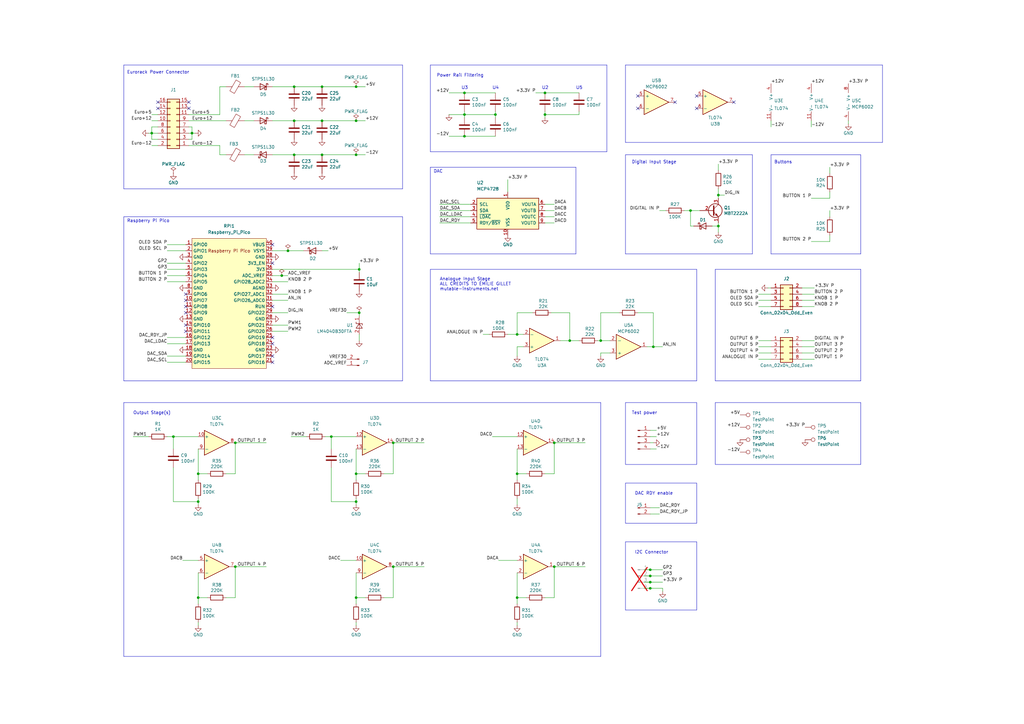
<source format=kicad_sch>
(kicad_sch (version 20230121) (generator eeschema)
  (paper "A3")
  (title_block (title "DAC board for EuroPi") (date "2023-05-28") (rev "1") (company "François Georgy") (comment 1 "CC BY-SA 3.0") (comment 2 "EuroPi is © www.allensynthesis.co.uk"))
  (junction (at 81.28 245.11))
  (junction (at 212.09 194.31))
  (junction (at 203.2 46.99))
  (junction (at 118.11 102.87))
  (junction (at 266.7 236.22))
  (junction (at 190.5 38.1))
  (junction (at 120.65 49.53))
  (junction (at 78.74 54.61))
  (junction (at 266.7 238.76))
  (junction (at 190.5 46.99))
  (junction (at 227.33 181.61))
  (junction (at 96.52 232.41))
  (junction (at 190.5 55.88))
  (junction (at 223.52 38.1))
  (junction (at 81.28 194.31))
  (junction (at 146.05 35.56))
  (junction (at 115.57 113.03))
  (junction (at 161.29 181.61))
  (junction (at 146.05 205.74))
  (junction (at 294.64 80.01))
  (junction (at 62.23 54.61))
  (junction (at 132.08 49.53))
  (junction (at 81.28 205.74))
  (junction (at 233.68 139.7))
  (junction (at 71.12 179.07))
  (junction (at 266.7 233.68))
  (junction (at 161.29 232.41))
  (junction (at 283.21 86.36))
  (junction (at 147.32 128.27))
  (junction (at 246.38 139.7))
  (junction (at 96.52 181.61))
  (junction (at 132.08 63.5))
  (junction (at 120.65 63.5))
  (junction (at 120.65 35.56))
  (junction (at 223.52 46.99))
  (junction (at 267.97 142.24))
  (junction (at 227.33 232.41))
  (junction (at 294.64 92.71))
  (junction (at 132.08 35.56))
  (junction (at 146.05 49.53))
  (junction (at 266.7 241.3))
  (junction (at 212.09 245.11))
  (junction (at 135.89 179.07))
  (junction (at 146.05 245.11))
  (junction (at 146.05 63.5))
  (junction (at 147.32 110.49))
  (junction (at 212.09 137.16))
  (junction (at 146.05 194.31))
  (no_connect (at 111.76 138.43))
  (no_connect (at 76.2 135.89))
  (no_connect (at 76.2 120.65))
  (no_connect (at 77.47 44.45))
  (no_connect (at 64.77 41.91))
  (no_connect (at 76.2 123.19))
  (no_connect (at 76.2 133.35))
  (no_connect (at 76.2 128.27))
  (no_connect (at 111.76 140.97))
  (no_connect (at 111.76 148.59))
  (no_connect (at 285.75 44.45))
  (no_connect (at 300.99 41.91))
  (no_connect (at 285.75 39.37))
  (no_connect (at 77.47 41.91))
  (no_connect (at 111.76 100.33))
  (no_connect (at 111.76 107.95))
  (no_connect (at 111.76 125.73))
  (no_connect (at 111.76 146.05))
  (no_connect (at 64.77 44.45))
  (no_connect (at 76.2 125.73))
  (no_connect (at 261.62 44.45))
  (no_connect (at 261.62 39.37))
  (no_connect (at 276.86 41.91))
  (wire (pts (xy 81.28 205.74) (xy 71.12 205.74)))
  (polyline (pts (xy 285.75 250.19) (xy 256.54 250.19)))
  (wire (pts (xy 233.68 139.7) (xy 229.87 139.7)))
  (wire (pts (xy 328.93 118.11) (xy 334.01 118.11)))
  (wire (pts (xy 78.74 54.61) (xy 80.01 54.61)))
  (polyline (pts (xy 176.53 110.49) (xy 176.53 156.21)))
  (wire (pts (xy 68.58 100.33) (xy 76.2 100.33)))
  (wire (pts (xy 264.16 238.76) (xy 266.7 238.76)))
  (wire (pts (xy 111.76 128.27) (xy 118.11 128.27)))
  (wire (pts (xy 100.33 35.56) (xy 104.14 35.56)))
  (wire (pts (xy 64.77 52.07) (xy 62.23 52.07)))
  (wire (pts (xy 111.76 120.65) (xy 118.11 120.65)))
  (wire (pts (xy 135.89 179.07) (xy 146.05 179.07)))
  (wire (pts (xy 266.7 208.28) (xy 270.51 208.28)))
  (wire (pts (xy 180.34 86.36) (xy 193.04 86.36)))
  (polyline (pts (xy 176.53 104.14) (xy 176.53 68.58)))
  (wire (pts (xy 147.32 110.49) (xy 147.32 111.76)))
  (wire (pts (xy 146.05 184.15) (xy 146.05 194.31)))
  (wire (pts (xy 135.89 179.07) (xy 133.35 179.07)))
  (wire (pts (xy 316.23 52.07) (xy 316.23 49.53)))
  (wire (pts (xy 62.23 54.61) (xy 60.96 54.61)))
  (wire (pts (xy 81.28 234.95) (xy 81.28 245.11)))
  (wire (pts (xy 294.64 77.47) (xy 294.64 80.01)))
  (wire (pts (xy 267.97 128.27) (xy 261.62 128.27)))
  (polyline (pts (xy 293.37 110.49) (xy 293.37 156.21)))
  (wire (pts (xy 96.52 232.41) (xy 109.22 232.41)))
  (wire (pts (xy 111.76 110.49) (xy 147.32 110.49)))
  (wire (pts (xy 267.97 142.24) (xy 267.97 128.27)))
  (wire (pts (xy 111.76 133.35) (xy 118.11 133.35)))
  (wire (pts (xy 311.15 125.73) (xy 316.23 125.73)))
  (wire (pts (xy 190.5 55.88) (xy 203.2 55.88)))
  (wire (pts (xy 264.16 241.3) (xy 266.7 241.3)))
  (wire (pts (xy 173.99 181.61) (xy 161.29 181.61)))
  (polyline (pts (xy 308.61 63.5) (xy 308.61 104.14)))
  (wire (pts (xy 250.19 139.7) (xy 246.38 139.7)))
  (wire (pts (xy 283.21 86.36) (xy 283.21 92.71)))
  (wire (pts (xy 111.76 35.56) (xy 120.65 35.56)))
  (wire (pts (xy 62.23 46.99) (xy 64.77 46.99)))
  (wire (pts (xy 212.09 234.95) (xy 212.09 245.11)))
  (wire (pts (xy 90.17 63.5) (xy 90.17 59.69)))
  (wire (pts (xy 212.09 137.16) (xy 214.63 137.16)))
  (wire (pts (xy 77.47 54.61) (xy 78.74 54.61)))
  (wire (pts (xy 271.78 142.24) (xy 267.97 142.24)))
  (wire (pts (xy 340.36 81.28) (xy 340.36 78.74)))
  (polyline (pts (xy 165.1 156.21) (xy 50.8 156.21)))
  (wire (pts (xy 77.47 46.99) (xy 90.17 46.99)))
  (wire (pts (xy 132.08 102.87) (xy 134.62 102.87)))
  (wire (pts (xy 246.38 139.7) (xy 245.11 139.7)))
  (wire (pts (xy 311.15 139.7) (xy 316.23 139.7)))
  (polyline (pts (xy 353.06 110.49) (xy 353.06 156.21)))
  (wire (pts (xy 111.76 113.03) (xy 115.57 113.03)))
  (wire (pts (xy 227.33 181.61) (xy 227.33 194.31)))
  (wire (pts (xy 81.28 205.74) (xy 81.28 207.01)))
  (wire (pts (xy 81.28 204.47) (xy 81.28 205.74)))
  (wire (pts (xy 212.09 204.47) (xy 212.09 207.01)))
  (wire (pts (xy 77.47 49.53) (xy 92.71 49.53)))
  (wire (pts (xy 68.58 115.57) (xy 76.2 115.57)))
  (wire (pts (xy 311.15 123.19) (xy 316.23 123.19)))
  (polyline (pts (xy 256.54 250.19) (xy 256.54 222.25)))
  (wire (pts (xy 90.17 35.56) (xy 92.71 35.56)))
  (polyline (pts (xy 256.54 63.5) (xy 308.61 63.5)))
  (wire (pts (xy 266.7 176.53) (xy 269.24 176.53)))
  (wire (pts (xy 314.96 118.11) (xy 316.23 118.11)))
  (wire (pts (xy 71.12 179.07) (xy 81.28 179.07)))
  (wire (pts (xy 198.12 137.16) (xy 200.66 137.16)))
  (wire (pts (xy 64.77 57.15) (xy 62.23 57.15)))
  (wire (pts (xy 96.52 245.11) (xy 92.71 245.11)))
  (wire (pts (xy 227.33 194.31) (xy 223.52 194.31)))
  (wire (pts (xy 146.05 63.5) (xy 149.86 63.5)))
  (wire (pts (xy 135.89 184.15) (xy 135.89 179.07)))
  (polyline (pts (xy 353.06 63.5) (xy 316.23 63.5)))
  (wire (pts (xy 68.58 102.87) (xy 76.2 102.87)))
  (wire (pts (xy 77.47 59.69) (xy 90.17 59.69)))
  (wire (pts (xy 81.28 255.27) (xy 81.28 256.54)))
  (polyline (pts (xy 236.22 104.14) (xy 176.53 104.14)))
  (wire (pts (xy 266.7 233.68) (xy 271.78 233.68)))
  (wire (pts (xy 223.52 46.99) (xy 223.52 48.26)))
  (wire (pts (xy 233.68 128.27) (xy 233.68 139.7)))
  (wire (pts (xy 208.28 73.66) (xy 208.28 78.74)))
  (wire (pts (xy 161.29 194.31) (xy 157.48 194.31)))
  (wire (pts (xy 81.28 184.15) (xy 81.28 194.31)))
  (polyline (pts (xy 165.1 77.47) (xy 165.1 26.67)))
  (polyline (pts (xy 165.1 88.9) (xy 165.1 156.21)))
  (wire (pts (xy 332.74 52.07) (xy 332.74 49.53)))
  (wire (pts (xy 294.64 92.71) (xy 294.64 95.25)))
  (wire (pts (xy 119.38 179.07) (xy 125.73 179.07)))
  (polyline (pts (xy 256.54 58.42) (xy 256.54 26.67)))
  (wire (pts (xy 212.09 255.27) (xy 212.09 256.54)))
  (wire (pts (xy 78.74 57.15) (xy 78.74 54.61)))
  (polyline (pts (xy 256.54 222.25) (xy 285.75 222.25)))
  (wire (pts (xy 204.47 229.87) (xy 212.09 229.87)))
  (wire (pts (xy 62.23 52.07) (xy 62.23 54.61)))
  (wire (pts (xy 227.33 181.61) (xy 240.03 181.61)))
  (wire (pts (xy 223.52 91.44) (xy 227.33 91.44)))
  (wire (pts (xy 212.09 142.24) (xy 214.63 142.24)))
  (wire (pts (xy 266.7 179.07) (xy 269.24 179.07)))
  (wire (pts (xy 81.28 245.11) (xy 81.28 247.65)))
  (wire (pts (xy 146.05 49.53) (xy 149.86 49.53)))
  (wire (pts (xy 311.15 120.65) (xy 316.23 120.65)))
  (polyline (pts (xy 293.37 110.49) (xy 353.06 110.49)))
  (wire (pts (xy 111.76 123.19) (xy 118.11 123.19)))
  (wire (pts (xy 271.78 242.57) (xy 271.78 241.3)))
  (wire (pts (xy 96.52 181.61) (xy 96.52 194.31)))
  (wire (pts (xy 340.36 86.36) (xy 340.36 88.9)))
  (wire (pts (xy 227.33 232.41) (xy 227.33 245.11)))
  (wire (pts (xy 328.93 120.65) (xy 334.01 120.65)))
  (wire (pts (xy 68.58 146.05) (xy 76.2 146.05)))
  (wire (pts (xy 292.1 92.71) (xy 294.64 92.71)))
  (polyline (pts (xy 256.54 104.14) (xy 256.54 63.5)))
  (wire (pts (xy 328.93 142.24) (xy 334.01 142.24)))
  (wire (pts (xy 146.05 245.11) (xy 146.05 247.65)))
  (wire (pts (xy 68.58 140.97) (xy 76.2 140.97)))
  (wire (pts (xy 64.77 54.61) (xy 62.23 54.61)))
  (wire (pts (xy 190.5 45.72) (xy 190.5 46.99)))
  (wire (pts (xy 77.47 52.07) (xy 78.74 52.07)))
  (wire (pts (xy 203.2 45.72) (xy 203.2 46.99)))
  (wire (pts (xy 184.15 46.99) (xy 190.5 46.99)))
  (wire (pts (xy 146.05 205.74) (xy 135.89 205.74)))
  (wire (pts (xy 120.65 35.56) (xy 132.08 35.56)))
  (wire (pts (xy 190.5 38.1) (xy 203.2 38.1)))
  (wire (pts (xy 120.65 63.5) (xy 132.08 63.5)))
  (polyline (pts (xy 361.95 58.42) (xy 256.54 58.42)))
  (wire (pts (xy 180.34 88.9) (xy 193.04 88.9)))
  (polyline (pts (xy 285.75 110.49) (xy 176.53 110.49)))
  (wire (pts (xy 71.12 179.07) (xy 68.58 179.07)))
  (polyline (pts (xy 50.8 77.47) (xy 165.1 77.47)))
  (wire (pts (xy 246.38 139.7) (xy 246.38 128.27)))
  (wire (pts (xy 328.93 123.19) (xy 334.01 123.19)))
  (wire (pts (xy 340.36 99.06) (xy 332.74 99.06)))
  (polyline (pts (xy 176.53 156.21) (xy 285.75 156.21)))
  (wire (pts (xy 149.86 245.11) (xy 146.05 245.11)))
  (wire (pts (xy 328.93 144.78) (xy 334.01 144.78)))
  (wire (pts (xy 347.98 50.8) (xy 347.98 49.53)))
  (wire (pts (xy 184.15 55.88) (xy 190.5 55.88)))
  (wire (pts (xy 96.52 181.61) (xy 109.22 181.61)))
  (wire (pts (xy 96.52 232.41) (xy 96.52 245.11)))
  (wire (pts (xy 215.9 194.31) (xy 212.09 194.31)))
  (polyline (pts (xy 353.06 104.14) (xy 353.06 63.5)))
  (wire (pts (xy 132.08 63.5) (xy 146.05 63.5)))
  (wire (pts (xy 77.47 57.15) (xy 78.74 57.15)))
  (wire (pts (xy 226.06 128.27) (xy 233.68 128.27)))
  (polyline (pts (xy 176.53 26.67) (xy 248.92 26.67)))
  (polyline (pts (xy 50.8 26.67) (xy 50.8 77.47)))
  (wire (pts (xy 287.02 86.36) (xy 283.21 86.36)))
  (wire (pts (xy 328.93 147.32) (xy 334.01 147.32)))
  (wire (pts (xy 237.49 139.7) (xy 233.68 139.7)))
  (polyline (pts (xy 353.06 156.21) (xy 293.37 156.21)))
  (wire (pts (xy 184.15 38.1) (xy 190.5 38.1)))
  (wire (pts (xy 223.52 83.82) (xy 227.33 83.82)))
  (wire (pts (xy 264.16 233.68) (xy 266.7 233.68)))
  (polyline (pts (xy 308.61 104.14) (xy 256.54 104.14)))
  (wire (pts (xy 266.7 184.15) (xy 269.24 184.15)))
  (wire (pts (xy 311.15 147.32) (xy 316.23 147.32)))
  (wire (pts (xy 223.52 45.72) (xy 223.52 46.99)))
  (wire (pts (xy 139.7 229.87) (xy 146.05 229.87)))
  (wire (pts (xy 132.08 35.56) (xy 146.05 35.56)))
  (wire (pts (xy 111.76 115.57) (xy 118.11 115.57)))
  (wire (pts (xy 147.32 107.95) (xy 147.32 110.49)))
  (wire (pts (xy 54.61 179.07) (xy 60.96 179.07)))
  (wire (pts (xy 161.29 232.41) (xy 173.99 232.41)))
  (wire (pts (xy 328.93 139.7) (xy 334.01 139.7)))
  (polyline (pts (xy 176.53 68.58) (xy 236.22 68.58)))
  (polyline (pts (xy 246.38 165.1) (xy 50.8 165.1)))
  (polyline (pts (xy 50.8 269.24) (xy 246.38 269.24)))
  (wire (pts (xy 142.24 128.27) (xy 147.32 128.27)))
  (polyline (pts (xy 50.8 26.67) (xy 165.1 26.67)))
  (wire (pts (xy 62.23 49.53) (xy 64.77 49.53)))
  (wire (pts (xy 100.33 49.53) (xy 104.14 49.53)))
  (wire (pts (xy 266.7 238.76) (xy 271.78 238.76)))
  (wire (pts (xy 68.58 138.43) (xy 76.2 138.43)))
  (polyline (pts (xy 285.75 156.21) (xy 285.75 110.49)))
  (wire (pts (xy 85.09 245.11) (xy 81.28 245.11)))
  (wire (pts (xy 340.36 68.58) (xy 340.36 71.12)))
  (wire (pts (xy 111.76 63.5) (xy 120.65 63.5)))
  (wire (pts (xy 161.29 245.11) (xy 157.48 245.11)))
  (wire (pts (xy 294.64 67.31) (xy 294.64 69.85)))
  (wire (pts (xy 227.33 232.41) (xy 240.03 232.41)))
  (polyline (pts (xy 50.8 165.1) (xy 50.8 269.24)))
  (wire (pts (xy 146.05 205.74) (xy 146.05 207.01)))
  (wire (pts (xy 203.2 46.99) (xy 203.2 48.26)))
  (wire (pts (xy 294.64 91.44) (xy 294.64 92.71)))
  (wire (pts (xy 146.05 255.27) (xy 146.05 256.54)))
  (wire (pts (xy 68.58 110.49) (xy 76.2 110.49)))
  (wire (pts (xy 201.93 179.07) (xy 212.09 179.07)))
  (wire (pts (xy 212.09 146.05) (xy 212.09 142.24)))
  (wire (pts (xy 212.09 194.31) (xy 212.09 196.85)))
  (wire (pts (xy 71.12 184.15) (xy 71.12 179.07)))
  (wire (pts (xy 190.5 46.99) (xy 203.2 46.99)))
  (wire (pts (xy 266.7 241.3) (xy 271.78 241.3)))
  (wire (pts (xy 68.58 113.03) (xy 76.2 113.03)))
  (wire (pts (xy 111.76 135.89) (xy 118.11 135.89)))
  (wire (pts (xy 111.76 102.87) (xy 118.11 102.87)))
  (wire (pts (xy 246.38 146.05) (xy 246.38 144.78)))
  (wire (pts (xy 115.57 113.03) (xy 118.11 113.03)))
  (wire (pts (xy 328.93 125.73) (xy 334.01 125.73)))
  (wire (pts (xy 223.52 88.9) (xy 227.33 88.9)))
  (wire (pts (xy 161.29 232.41) (xy 161.29 245.11)))
  (wire (pts (xy 68.58 107.95) (xy 76.2 107.95)))
  (wire (pts (xy 146.05 194.31) (xy 146.05 196.85)))
  (wire (pts (xy 280.67 86.36) (xy 283.21 86.36)))
  (wire (pts (xy 90.17 35.56) (xy 90.17 46.99)))
  (wire (pts (xy 71.12 205.74) (xy 71.12 191.77)))
  (polyline (pts (xy 50.8 156.21) (xy 50.8 88.9)))
  (wire (pts (xy 212.09 245.11) (xy 212.09 247.65)))
  (wire (pts (xy 146.05 204.47) (xy 146.05 205.74)))
  (wire (pts (xy 96.52 194.31) (xy 92.71 194.31)))
  (wire (pts (xy 78.74 52.07) (xy 78.74 54.61)))
  (wire (pts (xy 132.08 49.53) (xy 146.05 49.53)))
  (wire (pts (xy 294.64 80.01) (xy 297.18 80.01)))
  (polyline (pts (xy 176.53 26.67) (xy 176.53 62.23)))
  (wire (pts (xy 223.52 46.99) (xy 237.49 46.99)))
  (wire (pts (xy 208.28 137.16) (xy 212.09 137.16)))
  (wire (pts (xy 266.7 210.82) (xy 270.51 210.82)))
  (wire (pts (xy 90.17 63.5) (xy 92.71 63.5)))
  (wire (pts (xy 340.36 81.28) (xy 332.74 81.28)))
  (wire (pts (xy 294.64 80.01) (xy 294.64 81.28)))
  (wire (pts (xy 270.51 86.36) (xy 273.05 86.36)))
  (wire (pts (xy 118.11 102.87) (xy 124.46 102.87)))
  (wire (pts (xy 62.23 59.69) (xy 64.77 59.69)))
  (wire (pts (xy 266.7 236.22) (xy 271.78 236.22)))
  (polyline (pts (xy 248.92 62.23) (xy 248.92 26.67)))
  (wire (pts (xy 311.15 142.24) (xy 316.23 142.24)))
  (wire (pts (xy 81.28 194.31) (xy 81.28 196.85)))
  (wire (pts (xy 85.09 194.31) (xy 81.28 194.31)))
  (wire (pts (xy 100.33 63.5) (xy 104.14 63.5)))
  (polyline (pts (xy 316.23 104.14) (xy 353.06 104.14)))
  (wire (pts (xy 111.76 49.53) (xy 120.65 49.53)))
  (polyline (pts (xy 316.23 63.5) (xy 316.23 104.14)))
  (polyline (pts (xy 256.54 26.67) (xy 361.95 26.67)))
  (wire (pts (xy 161.29 181.61) (xy 161.29 194.31)))
  (wire (pts (xy 120.65 49.53) (xy 132.08 49.53)))
  (polyline (pts (xy 246.38 269.24) (xy 246.38 165.1)))
  (wire (pts (xy 135.89 205.74) (xy 135.89 191.77)))
  (wire (pts (xy 227.33 245.11) (xy 223.52 245.11)))
  (wire (pts (xy 218.44 128.27) (xy 212.09 128.27)))
  (wire (pts (xy 264.16 236.22) (xy 266.7 236.22)))
  (wire (pts (xy 62.23 54.61) (xy 62.23 57.15)))
  (wire (pts (xy 180.34 83.82) (xy 193.04 83.82)))
  (wire (pts (xy 246.38 128.27) (xy 254 128.27)))
  (wire (pts (xy 237.49 45.72) (xy 237.49 46.99)))
  (wire (pts (xy 180.34 91.44) (xy 193.04 91.44)))
  (polyline (pts (xy 236.22 68.58) (xy 236.22 104.14)))
  (wire (pts (xy 149.86 194.31) (xy 146.05 194.31)))
  (wire (pts (xy 311.15 144.78) (xy 316.23 144.78)))
  (wire (pts (xy 246.38 144.78) (xy 250.19 144.78)))
  (polyline (pts (xy 50.8 88.9) (xy 165.1 88.9)))
  (wire (pts (xy 147.32 128.27) (xy 147.32 129.54)))
  (wire (pts (xy 147.32 137.16) (xy 147.32 139.7)))
  (wire (pts (xy 283.21 92.71) (xy 284.48 92.71)))
  (wire (pts (xy 215.9 245.11) (xy 212.09 245.11)))
  (wire (pts (xy 146.05 234.95) (xy 146.05 245.11)))
  (wire (pts (xy 212.09 184.15) (xy 212.09 194.31)))
  (wire (pts (xy 223.52 86.36) (xy 227.33 86.36)))
  (wire (pts (xy 219.71 38.1) (xy 223.52 38.1)))
  (wire (pts (xy 74.93 229.87) (xy 81.28 229.87)))
  (wire (pts (xy 212.09 128.27) (xy 212.09 137.16)))
  (wire (pts (xy 146.05 35.56) (xy 149.86 35.56)))
  (polyline (pts (xy 285.75 222.25) (xy 285.75 250.19)))
  (wire (pts (xy 190.5 46.99) (xy 190.5 48.26)))
  (polyline (pts (xy 361.95 26.67) (xy 361.95 58.42)))
  (wire (pts (xy 266.7 181.61) (xy 267.97 181.61)))
  (wire (pts (xy 265.43 142.24) (xy 267.97 142.24)))
  (wire (pts (xy 68.58 148.59) (xy 76.2 148.59)))
  (wire (pts (xy 340.36 99.06) (xy 340.36 96.52)))
  (wire (pts (xy 223.52 38.1) (xy 237.49 38.1)))
  (polyline (pts (xy 176.53 62.23) (xy 248.92 62.23)))
  (rectangle (start 256.54 165.1) (end 285.75 190.5))
  (rectangle (start 293.37 165.1) (end 353.06 190.5))
  (rectangle (start 256.54 198.12) (end 285.75 214.63))
  (text "U2" (at 222.25 36.83 0) (effects (font (size 1.27 1.27)) (justify left bottom)))
  (text "Buttons" (at 317.5 67.31 0) (effects (font (size 1.27 1.27)) (justify left bottom)))
  (text "Analogue Input Stage\nALL CREDITS TO ÉMILIE GILLET\nmutable-instruments.net" (at 180.34 119.38 0) (effects (font (size 1.27 1.27)) (justify left bottom)))
  (text "Power Rail Filtering" (at 179.07 31.75 0) (effects (font (size 1.27 1.27)) (justify left bottom)))
  (text "Eurorack Power Connector" (at 52.07 30.48 0) (effects (font (size 1.27 1.27)) (justify left bottom)))
  (text "I2C Connector" (at 260.35 227.33 0) (effects (font (size 1.27 1.27)) (justify left bottom)))
  (text "U3" (at 189.23 36.83 0) (effects (font (size 1.27 1.27)) (justify left bottom)))
  (text "Digital Input Stage\n" (at 259.08 67.31 0) (effects (font (size 1.27 1.27)) (justify left bottom)))
  (text "DAC" (at 177.8 71.12 0) (effects (font (size 1.27 1.27)) (justify left bottom)))
  (text "Raspberry Pi Pico" (at 52.07 91.44 0) (effects (font (size 1.27 1.27)) (justify left bottom)))
  (text "U4" (at 201.93 36.83 0) (effects (font (size 1.27 1.27)) (justify left bottom)))
  (text "Output Stage(s)" (at 54.61 170.18 0) (effects (font (size 1.27 1.27)) (justify left bottom)))
  (text "U5" (at 236.22 36.83 0) (effects (font (size 1.27 1.27)) (justify left bottom)))
  (text "Test power" (at 259.08 170.18 0) (effects (font (size 1.27 1.27)) (justify left bottom)))
  (text "DAC RDY enable" (at 260.35 203.2 0) (effects (font (size 1.27 1.27)) (justify left bottom)))
  (label "-12V" (at 316.23 52.07 0))
  (label "+12V" (at 149.86 49.53 0))
  (label "OLED SCL P" (at 311.15 125.73 180))
  (label "+5V" (at 149.86 35.56 0))
  (label "OUTPUT 6 P" (at 311.15 139.7 180))
  (label "+12V" (at 303.53 175.26 180))
  (label "-12V" (at 303.53 185.42 180))
  (label "DAC_LDAC" (at 180.34 88.9 0))
  (label "VREF30" (at 142.24 147.32 180))
  (label "DACC" (at 227.33 88.9 0))
  (label "GP2" (at 68.58 107.95 180))
  (label "DACA" (at 204.47 229.87 180))
  (label "KNOB 2 P" (at 118.11 115.57 0))
  (label "DACC" (at 139.7 229.87 180))
  (label "GP3" (at 68.58 110.49 180))
  (label "BUTTON 2 P" (at 332.74 99.06 180))
  (label "VREF30" (at 142.24 128.27 180))
  (label "-12V" (at 184.15 55.88 180))
  (label "DACA" (at 227.33 83.82 0))
  (label "BUTTON 2 P" (at 334.01 120.65 0))
  (label "GP2" (at 271.78 233.68 0))
  (label "OUTPUT 2 P" (at 334.01 144.78 0))
  (label "DIG_IN" (at 297.18 80.01 0))
  (label "Euro+12" (at 78.74 49.53 0))
  (label "-12V" (at 332.74 52.07 0))
  (label "+3.3V P" (at 334.01 118.11 0))
  (label "+12V" (at 184.15 38.1 180))
  (label "PWM1" (at 54.61 179.07 0))
  (label "DACB" (at 74.93 229.87 180))
  (label "ADC_VREF" (at 142.24 149.86 180))
  (label "OUTPUT 3 P" (at 334.01 142.24 0))
  (label "+3.3V P" (at 208.28 73.66 0))
  (label "DACD" (at 227.33 91.44 0))
  (label "+3.3V P" (at 340.36 86.36 0))
  (label "DAC_SCL" (at 68.58 148.59 180))
  (label "OUTPUT 5 P" (at 173.99 232.41 180))
  (label "+3.3V P" (at 347.98 34.29 0))
  (label "DAC_SCL" (at 180.34 83.82 0))
  (label "+5V" (at 134.62 102.87 0))
  (label "OUTPUT 3 P" (at 240.03 181.61 180))
  (label "PWM1" (at 118.11 133.35 0))
  (label "OLED SDA P" (at 311.15 123.19 180))
  (label "ANALOGUE IN P" (at 198.12 137.16 180))
  (label "+12V" (at 269.24 179.07 0))
  (label "PWM2" (at 118.11 135.89 0))
  (label "+3.3V P" (at 330.2 175.26 180))
  (label "Euro+5" (at 78.74 46.99 0))
  (label "Euro+12" (at 62.23 49.53 180))
  (label "ANALOGUE IN P" (at 311.15 147.32 180))
  (label "+3.3V P" (at 294.64 67.31 0))
  (label "OUTPUT 1 P" (at 109.22 181.61 180))
  (label "OLED SDA P" (at 68.58 100.33 180))
  (label "DIG_IN" (at 118.11 128.27 0))
  (label "DACB" (at 227.33 86.36 0))
  (label "Euro-12" (at 62.23 59.69 180))
  (label "BUTTON 1 P" (at 332.74 81.28 180))
  (label "DACD" (at 201.93 179.07 180))
  (label "+12V" (at 332.74 34.29 0))
  (label "PWM2" (at 119.38 179.07 0))
  (label "BUTTON 2 P" (at 68.58 115.57 180))
  (label "DAC_SDA" (at 68.58 146.05 180))
  (label "Euro-12" (at 78.74 59.69 0))
  (label "+5V" (at 269.24 176.53 0))
  (label "-12V" (at 149.86 63.5 0))
  (label "OUTPUT 4 P" (at 311.15 144.78 180))
  (label "DIGITAL IN P" (at 334.01 139.7 0))
  (label "+12V" (at 316.23 34.29 0))
  (label "AN_IN" (at 118.11 123.19 0))
  (label "DAC_SDA" (at 180.34 86.36 0))
  (label "+3.3V P" (at 271.78 238.76 0))
  (label "BUTTON 1 P" (at 311.15 120.65 180))
  (label "DAC_RDY" (at 270.51 208.28 0))
  (label "+3.3V P" (at 147.32 107.95 0))
  (label "GP3" (at 271.78 236.22 0))
  (label "OUTPUT 4 P" (at 109.22 232.41 180))
  (label "KNOB 2 P" (at 334.01 125.73 0))
  (label "+3.3V P" (at 340.36 68.58 0))
  (label "OUTPUT 5 P" (at 311.15 142.24 180))
  (label "Euro+5" (at 62.23 46.99 180))
  (label "KNOB 1 P" (at 118.11 120.65 0))
  (label "BUTTON 1 P" (at 68.58 113.03 180))
  (label "+5V" (at 303.53 170.18 180))
  (label "DAC_RDY_JP" (at 68.58 138.43 180))
  (label "OLED SCL P" (at 68.58 102.87 180))
  (label "-12V" (at 269.24 184.15 0))
  (label "OUTPUT 1 P" (at 334.01 147.32 0))
  (label "DIGITAL IN P" (at 270.51 86.36 180))
  (label "KNOB 1 P" (at 334.01 123.19 0))
  (label "OUTPUT 6 P" (at 240.03 232.41 180))
  (label "DAC_RDY" (at 180.34 91.44 0))
  (label "DAC_RDY_JP" (at 270.51 210.82 0))
  (label "AN_IN" (at 271.78 142.24 0))
  (label "+3.3V P" (at 219.71 38.1 180))
  (label "ADC_VREF" (at 118.11 113.03 0))
  (label "OUTPUT 2 P" (at 173.99 181.61 180))
  (label "DAC_LDAC" (at 68.58 140.97 180))
  (symbol (lib_id "Device:R") (at 219.71 245.11 270) (unit 1)
    (property "Reference" "R37" (at 219.71 239.8522 90))
    (property "Value" "220K" (at 219.71 242.1636 90))
    (property "Footprint" "Resistor_SMD:R_0402_1005Metric" (effects hide))
  )
  (symbol (lib_id "Device:R") (at 212.09 251.46 0) (unit 1)
    (property "Reference" "R31" (at 213.868 250.2916 0) (effects (justify left)))
    (property "Value" "100K" (at 213.868 252.603 0) (effects (justify left)))
    (property "Footprint" "Resistor_SMD:R_0402_1005Metric" (effects hide))
  )
  (symbol (lib_id "power:GND") (at 212.09 207.01 0) (unit 1)
    (property "Reference" "#PWR0117" (effects hide))
    (property "Value" "GND" (at 212.09 210.82 0))
  )
  (symbol (lib_id "Device:R") (at 88.9 194.31 270) (unit 1)
    (property "Reference" "R35" (at 88.9 189.0522 90))
    (property "Value" "220K" (at 88.9 191.3636 90))
    (property "Footprint" "Resistor_SMD:R_0402_1005Metric" (effects hide))
  )
  (symbol (lib_id "Device:R") (at 81.28 200.66 0) (unit 1)
    (property "Reference" "R29" (at 83.058 199.4916 0) (effects (justify left)))
    (property "Value" "100K" (at 83.058 201.803 0) (effects (justify left)))
    (property "Footprint" "Resistor_SMD:R_0402_1005Metric" (effects hide))
  )
  (symbol (lib_id "Device:R") (at 64.77 179.07 270) (unit 1)
    (property "Reference" "R1" (at 64.77 173.8122 90))
    (property "Value" "1K" (at 64.77 176.1236 90))
    (property "Footprint" "Resistor_SMD:R_0402_1005Metric" (effects hide))
  )
  (symbol (lib_id "Device:C") (at 71.12 187.96 0) (unit 1)
    (property "Reference" "C9" (at 74.1172 186.7916 0) (effects (justify left)))
    (property "Value" "100nF" (at 74.1172 189.103 0) (effects (justify left)))
    (property "Footprint" "Capacitor_SMD:C_0402_1005Metric" (effects hide))
  )
  (symbol (lib_id "power:GND") (at 81.28 207.01 0) (unit 1)
    (property "Reference" "#PWR0122" (effects hide))
    (property "Value" "GND" (at 81.28 210.82 0))
  )
  (symbol (lib_id "power:GND") (at 184.15 46.99 0) (unit 1)
    (property "Reference" "#PWR0108" (effects hide))
    (property "Value" "GND" (effects hide))
  )
  (symbol (lib_id "Device:R") (at 153.67 194.31 270) (unit 1)
    (property "Reference" "R36" (at 153.67 189.0522 90))
    (property "Value" "220K" (at 153.67 191.3636 90))
    (property "Footprint" "Resistor_SMD:R_0402_1005Metric" (effects hide))
  )
  (symbol (lib_id "Device:R") (at 146.05 200.66 0) (unit 1)
    (property "Reference" "R30" (at 147.828 199.4916 0) (effects (justify left)))
    (property "Value" "100K" (at 147.828 201.803 0) (effects (justify left)))
    (property "Footprint" "Resistor_SMD:R_0402_1005Metric" (effects hide))
  )
  (symbol (lib_id "Device:R") (at 129.54 179.07 270) (unit 1)
    (property "Reference" "R2" (at 129.54 173.8122 90))
    (property "Value" "1K" (at 129.54 176.1236 90))
    (property "Footprint" "Resistor_SMD:R_0402_1005Metric" (effects hide))
  )
  (symbol (lib_id "Device:C") (at 135.89 187.96 0) (unit 1)
    (property "Reference" "C10" (at 138.8872 186.7916 0) (effects (justify left)))
    (property "Value" "100nF" (at 138.8872 189.103 0) (effects (justify left)))
    (property "Footprint" "Capacitor_SMD:C_0402_1005Metric" (effects hide))
  )
  (symbol (lib_id "power:GND") (at 146.05 207.01 0) (unit 1)
    (property "Reference" "#PWR0123" (effects hide))
    (property "Value" "GND" (at 146.05 210.82 0))
  )
  (symbol (lib_id "Device:C") (at 190.5 41.91 0) (unit 1)
    (property "Reference" "C3" (at 193.4972 40.7416 0) (effects (justify left)))
    (property "Value" "100nF" (at 193.4972 43.053 0) (effects (justify left)))
    (property "Footprint" "Capacitor_SMD:C_0402_1005Metric" (effects hide))
  )
  (symbol (lib_id "Device:C") (at 190.5 52.07 0) (unit 1)
    (property "Reference" "C4" (at 193.4972 50.9016 0) (effects (justify left)))
    (property "Value" "100nF" (at 193.4972 53.213 0) (effects (justify left)))
    (property "Footprint" "Capacitor_SMD:C_0402_1005Metric" (effects hide))
  )
  (symbol (lib_id "Device:C") (at 203.2 41.91 0) (unit 1)
    (property "Reference" "C5" (at 206.1972 40.7416 0) (effects (justify left)))
    (property "Value" "100nF" (at 206.1972 43.053 0) (effects (justify left)))
    (property "Footprint" "Capacitor_SMD:C_0402_1005Metric" (effects hide))
  )
  (symbol (lib_id "Device:C") (at 203.2 52.07 0) (unit 1)
    (property "Reference" "C6" (at 206.1972 50.9016 0) (effects (justify left)))
    (property "Value" "100nF" (at 206.1972 53.213 0) (effects (justify left)))
    (property "Footprint" "Capacitor_SMD:C_0402_1005Metric" (effects hide))
  )
  (symbol (lib_id "Device:R") (at 219.71 194.31 270) (unit 1)
    (property "Reference" "R40" (at 219.71 189.0522 90))
    (property "Value" "220K" (at 219.71 191.3636 90))
    (property "Footprint" "Resistor_SMD:R_0402_1005Metric" (effects hide))
  )
  (symbol (lib_id "Device:R") (at 212.09 200.66 0) (unit 1)
    (property "Reference" "R34" (at 213.868 199.4916 0) (effects (justify left)))
    (property "Value" "100K" (at 213.868 201.803 0) (effects (justify left)))
    (property "Footprint" "Resistor_SMD:R_0402_1005Metric" (effects hide))
  )
  (symbol (lib_id "power:GND") (at 212.09 256.54 0) (unit 1)
    (property "Reference" "#PWR0119" (effects hide))
    (property "Value" "GND" (at 212.09 260.35 0))
  )
  (symbol (lib_id "Device:R") (at 88.9 245.11 270) (unit 1)
    (property "Reference" "R38" (at 88.9 239.8522 90))
    (property "Value" "220K" (at 88.9 242.1636 90))
    (property "Footprint" "Resistor_SMD:R_0402_1005Metric" (effects hide))
  )
  (symbol (lib_id "Device:R") (at 81.28 251.46 0) (unit 1)
    (property "Reference" "R32" (at 83.058 250.2916 0) (effects (justify left)))
    (property "Value" "100K" (at 83.058 252.603 0) (effects (justify left)))
    (property "Footprint" "Resistor_SMD:R_0402_1005Metric" (effects hide))
  )
  (symbol (lib_id "power:GND") (at 81.28 256.54 0) (unit 1)
    (property "Reference" "#PWR0102" (effects hide))
    (property "Value" "GND" (at 81.28 260.35 0))
  )
  (symbol (lib_id "Device:R") (at 153.67 245.11 270) (unit 1)
    (property "Reference" "R39" (at 153.67 239.8522 90))
    (property "Value" "220K" (at 153.67 242.1636 90))
    (property "Footprint" "Resistor_SMD:R_0402_1005Metric" (effects hide))
  )
  (symbol (lib_id "Device:R") (at 146.05 251.46 0) (unit 1)
    (property "Reference" "R33" (at 147.828 250.2916 0) (effects (justify left)))
    (property "Value" "100K" (at 147.828 252.603 0) (effects (justify left)))
    (property "Footprint" "Resistor_SMD:R_0402_1005Metric" (effects hide))
  )
  (symbol (lib_id "power:GND") (at 146.05 256.54 0) (unit 1)
    (property "Reference" "#PWR0120" (effects hide))
    (property "Value" "GND" (at 146.05 260.35 0))
  )
  (symbol (lib_id "Device:D_Schottky") (at 128.27 102.87 0) (unit 1)
    (property "Reference" "D2" (at 128.27 106.045 0))
    (property "Value" "STPS1L30" (at 127.635 99.695 0))
    (property "Footprint" "Diode_SMD:D_SMA" (effects hide))
    (property "JLCPCB Part #" "C157388" (effects hide))
  )
  (symbol (lib_id "Device:R") (at 276.86 86.36 90) (unit 1)
    (property "Reference" "R27" (at 278.765 83.82 90) (effects (justify left)))
    (property "Value" "100K" (at 279.4 88.9 90) (effects (justify left)))
    (property "Footprint" "Resistor_SMD:R_0402_1005Metric" (effects hide))
  )
  (symbol (lib_id "Device:D_Schottky") (at 288.29 92.71 0) (unit 1)
    (property "Reference" "D1" (at 288.29 90.17 0))
    (property "Value" "1N5817WS" (effects hide))
    (property "Footprint" "Diode_SMD:D_SOD-323" (effects hide))
    (property "Sim.Device" "SPICE" (effects hide))
    (property "Sim.Params" "type=\"D\" model=\"DIODE\" lib=\"\"" (effects hide))
    (property "Sim.Pins" "1=1 2=2" (effects hide))
    (property "JLCPCB Part #" "C727114" (effects hide))
    (property "JLCPCB Rotation Offset" "180" (effects hide))
  )
  (symbol (lib_id "Transistor_BJT:2N2219") (at 292.1 86.36 0) (unit 1)
    (property "Reference" "Q1" (at 296.926 85.1916 0) (effects (justify left)))
    (property "Value" "MBT2222A" (at 296.926 87.503 0) (effects (justify left)))
    (property "Footprint" "Package_TO_SOT_SMD:SOT-23" (effects hide))
    (property "Datasheet" "http://www.onsemi.com/pub_link/Collateral/2N2219-D.PDF" (effects hide))
    (property "JLCPCB Part #" "C8512" (effects hide))
    (property "JLCPCB Rotation Offset" "180" (effects hide))
  )
  (symbol (lib_id "Device:R") (at 294.64 73.66 0) (unit 1)
    (property "Reference" "R26" (at 296.418 72.4916 0) (effects (justify left)))
    (property "Value" "10K" (at 296.418 74.803 0) (effects (justify left)))
    (property "Footprint" "Resistor_SMD:R_0402_1005Metric" (effects hide))
  )
  (symbol (lib_id "power:GND") (at 294.64 95.25 0) (unit 1)
    (property "Reference" "#PWR0118" (effects hide))
    (property "Value" "GND" (at 294.64 99.06 0))
  )
  (symbol (lib_id "Device:R") (at 204.47 137.16 90) (unit 1)
    (property "Reference" "R28" (at 207.01 132.3086 90) (effects (justify left)))
    (property "Value" "100K" (at 207.01 134.62 90) (effects (justify left)))
    (property "Footprint" "Resistor_SMD:R_0402_1005Metric" (effects hide))
  )
  (symbol (lib_id "Device:R") (at 222.25 128.27 90) (unit 1)
    (property "Reference" "R21" (at 224.79 123.4186 90) (effects (justify left)))
    (property "Value" "22K" (at 224.79 125.73 90) (effects (justify left)))
    (property "Footprint" "Resistor_SMD:R_0402_1005Metric" (effects hide))
  )
  (symbol (lib_id "power:GND") (at 212.09 146.05 0) (unit 1)
    (property "Reference" "#PWR0124" (effects hide))
    (property "Value" "GND" (at 212.09 149.86 0))
  )
  (symbol (lib_id "Device:R") (at 241.3 139.7 90) (unit 1)
    (property "Reference" "R22" (at 243.84 134.8486 90) (effects (justify left)))
    (property "Value" "22K" (at 243.84 137.16 90) (effects (justify left)))
    (property "Footprint" "Resistor_SMD:R_0402_1005Metric" (effects hide))
  )
  (symbol (lib_id "power:GND") (at 246.38 146.05 0) (unit 1)
    (property "Reference" "#PWR0121" (effects hide))
    (property "Value" "GND" (at 246.38 149.86 0))
  )
  (symbol (lib_id "Device:R") (at 257.81 128.27 90) (unit 1)
    (property "Reference" "R23" (at 260.35 123.4186 90) (effects (justify left)))
    (property "Value" "22K" (at 260.35 125.73 90) (effects (justify left)))
    (property "Footprint" "Resistor_SMD:R_0402_1005Metric" (effects hide))
  )
  (symbol (lib_id "Device:R") (at 340.36 92.71 180) (unit 1)
    (property "Reference" "R25" (at 338.582 93.8784 0) (effects (justify left)))
    (property "Value" "10K" (at 338.582 91.567 0) (effects (justify left)))
    (property "Footprint" "Resistor_SMD:R_0402_1005Metric" (effects hide))
  )
  (symbol (lib_id "Device:R") (at 340.36 74.93 180) (unit 1)
    (property "Reference" "R24" (at 338.582 76.0984 0) (effects (justify left)))
    (property "Value" "10K" (at 338.582 73.787 0) (effects (justify left)))
    (property "Footprint" "Resistor_SMD:R_0402_1005Metric" (effects hide))
  )
  (symbol (lib_id "power:GND") (at 271.78 242.57 0) (unit 1)
    (property "Reference" "#PWR0101" (effects hide))
    (property "Value" "GND" (at 271.78 246.38 0))
  )
  (symbol (lib_id "Connector:Conn_01x04_Pin") (at 261.62 179.07 0) (unit 1) (in_bom no)
    (property "Reference" "J6" (effects hide))
    (property "Value" "Conn_01x04_Male" (effects hide))
    (property "Footprint" "Connector_PinHeader_2.54mm:PinHeader_1x04_P2.54mm_Vertical" (effects hide))
  )
  (symbol (lib_id "power:GND") (at 60.96 54.61 270) (unit 1)
    (property "Reference" "#PWR0109" (effects hide))
    (property "Value" "GND" (effects hide))
  )
  (symbol (lib_id "power:GND") (at 76.2 143.51 270) (unit 1)
    (property "Reference" "#PWR07" (effects hide))
    (property "Value" "GND" (effects hide))
  )
  (symbol (lib_id "Connector:TestPoint") (at 303.53 170.18 270) (unit 1)
    (property "Reference" "TP1" (at 308.61 169.545 90) (effects (justify left)))
    (property "Value" "TestPoint" (at 308.61 172.085 90) (effects (justify left)))
    (property "Footprint" "TestPoint:TestPoint_Pad_D2.0mm" (effects hide))
  )
  (symbol (lib_id "Symbols:Raspberry_Pi_Pico") (at 93.98 123.19 0) (unit 1)
    (property "Reference" "RPI1" (at 93.98 92.71 0))
    (property "Value" "Raspberry_Pi_Pico" (at 93.98 95.25 0))
    (property "Footprint" "Library:Raspberry Pi Pico" (effects hide))
    (property "Sim.Library" "./" (effects hide))
  )
  (symbol (lib_id "power:GND") (at 330.2 180.34 0) (unit 1)
    (property "Reference" "#PWR013" (effects hide))
    (property "Value" "GND" (effects hide))
  )
  (symbol (lib_id "power:PWR_FLAG") (at 71.12 71.12 0) (unit 1)
    (property "Reference" "#FLG01" (effects hide))
    (property "Value" "PWR_FLAG" (at 71.12 67.31 0))
  )
  (symbol (lib_id "Device:C") (at 237.49 41.91 0) (unit 1)
    (property "Reference" "C7" (at 240.4872 40.7416 0) (effects (justify left)))
    (property "Value" "100nF" (at 240.4872 43.053 0) (effects (justify left)))
    (property "Footprint" "Capacitor_SMD:C_0402_1005Metric" (effects hide))
  )
  (symbol (lib_id "power:GND") (at 132.08 71.12 0) (unit 1)
    (property "Reference" "#PWR0112" (effects hide))
    (property "Value" "GND" (effects hide))
  )
  (symbol (lib_id "Connector:Conn_01x04_Pin") (at 261.62 236.22 0) (unit 1) (in_bom no) (on_board no) (dnp yes)
    (property "Reference" "J4" (effects hide))
    (property "Value" "Conn_01x04_Male" (effects hide))
    (property "Footprint" "Connector_PinHeader_2.54mm:PinHeader_1x04_P2.54mm_Vertical" (effects hide))
  )
  (symbol (lib_id "power:PWR_FLAG") (at 146.05 35.56 0) (unit 1)
    (property "Reference" "#FLG04" (effects hide))
    (property "Value" "PWR_FLAG" (at 146.05 31.75 0))
  )
  (symbol (lib_id "Device:C") (at 223.52 41.91 0) (unit 1)
    (property "Reference" "C8" (at 226.5172 40.7416 0) (effects (justify left)))
    (property "Value" "100nF" (at 226.5172 43.053 0) (effects (justify left)))
    (property "Footprint" "Capacitor_SMD:C_0402_1005Metric" (effects hide))
  )
  (symbol (lib_id "power:GND") (at 147.32 139.7 0) (unit 1)
    (property "Reference" "#PWR09" (effects hide))
    (property "Value" "GND" (effects hide))
  )
  (symbol (lib_id "Device:D_Schottky") (at 107.95 35.56 0) (mirror y) (unit 1)
    (property "Reference" "D5" (at 107.95 38.735 0))
    (property "Value" "STPS1L30" (at 107.95 32.385 0))
    (property "Footprint" "Diode_SMD:D_SMA" (effects hide))
    (property "Sim.Device" "SPICE" (effects hide))
    (property "Sim.Params" "type=\"D\" model=\"DIODE\" lib=\"\"" (effects hide))
    (property "Sim.Pins" "1=1 2=2" (effects hide))
    (property "JLCPCB Part #" "C157388" (effects hide))
  )
  (symbol (lib_id "power:PWR_FLAG") (at 146.05 63.5 0) (unit 1)
    (property "Reference" "#FLG06" (effects hide))
    (property "Value" "PWR_FLAG" (at 146.05 59.69 0))
  )
  (symbol (lib_id "Amplifier_Operational:TL074") (at 153.67 232.41 0) (unit 3)
    (property "Reference" "U4" (at 153.67 223.52 0))
    (property "Value" "TL074" (at 153.67 226.06 0))
    (property "Footprint" "Package_SO:SOIC-14_3.9x8.7mm_P1.27mm" (effects hide))
    (property "Datasheet" "http://www.ti.com/lit/ds/symlink/tl071.pdf" (effects hide))
    (property "JLCPCB Part #" "C107644" (effects hide))
    (property "JLCPCB Rotation Offset" "-90" (effects hide))
  )
  (symbol (lib_id "Connector:TestPoint") (at 303.53 175.26 270) (unit 1)
    (property "Reference" "TP2" (at 308.61 174.625 90) (effects (justify left)))
    (property "Value" "TestPoint" (at 308.61 177.165 90) (effects (justify left)))
    (property "Footprint" "TestPoint:TestPoint_Pad_D2.0mm" (effects hide))
  )
  (symbol (lib_id "power:GND") (at 120.65 71.12 0) (unit 1)
    (property "Reference" "#PWR0113" (effects hide))
    (property "Value" "GND" (effects hide))
  )
  (symbol (lib_id "Amplifier_Operational:TL074") (at 153.67 181.61 0) (unit 4)
    (property "Reference" "U3" (at 153.67 171.45 0))
    (property "Value" "TL074" (at 153.67 173.99 0))
    (property "Footprint" "Package_SO:SOIC-14_3.9x8.7mm_P1.27mm" (effects hide))
    (property "Datasheet" "http://www.ti.com/lit/ds/symlink/tl071.pdf" (effects hide))
    (property "JLCPCB Part #" "C107644" (effects hide))
    (property "JLCPCB Rotation Offset" "-90" (effects hide))
  )
  (symbol (lib_id "power:GND") (at 111.76 105.41 90) (unit 1)
    (property "Reference" "#PWR03" (effects hide))
    (property "Value" "GND" (effects hide))
  )
  (symbol (lib_id "power:GND") (at 111.76 130.81 90) (unit 1)
    (property "Reference" "#PWR0103" (effects hide))
    (property "Value" "GND" (effects hide))
  )
  (symbol (lib_id "power:GND") (at 76.2 105.41 270) (unit 1)
    (property "Reference" "#PWR04" (effects hide))
    (property "Value" "GND" (effects hide))
  )
  (symbol (lib_id "Device:C") (at 120.65 39.37 0) (unit 1)
    (property "Reference" "C20" (at 123.6472 38.2016 0) (effects (justify left)))
    (property "Value" "22uF" (at 123.6472 40.513 0) (effects (justify left)))
    (property "Footprint" "Capacitor_SMD:C_1206_3216Metric" (effects hide))
    (property "JLCPCB Part #" "C12891" (effects hide))
  )
  (symbol (lib_id "Connector_Generic:Conn_02x04_Odd_Even") (at 321.31 142.24 0) (unit 1)
    (property "Reference" "J3" (at 321.31 135.89 0) (effects (justify left)))
    (property "Value" "Conn_02x04_Odd_Even" (at 322.58 149.86 0))
    (property "Footprint" "Connector_PinSocket_2.54mm:PinSocket_2x04_P2.54mm_Vertical" (effects hide))
  )
  (symbol (lib_id "Amplifier_Operational:TL074") (at 88.9 181.61 0) (unit 3)
    (property "Reference" "U3" (at 88.9 171.45 0))
    (property "Value" "TL074" (at 88.9 173.99 0))
    (property "Footprint" "Package_SO:SOIC-14_3.9x8.7mm_P1.27mm" (effects hide))
    (property "Datasheet" "http://www.ti.com/lit/ds/symlink/tl071.pdf" (effects hide))
    (property "JLCPCB Part #" "C107644" (effects hide))
    (property "JLCPCB Rotation Offset" "-90" (effects hide))
  )
  (symbol (lib_id "Device:C") (at 132.08 53.34 0) (unit 1)
    (property "Reference" "C22" (at 135.0772 52.1716 0) (effects (justify left)))
    (property "Value" "22uF" (at 135.0772 54.483 0) (effects (justify left)))
    (property "Footprint" "Capacitor_SMD:C_1206_3216Metric" (effects hide))
    (property "JLCPCB Part #" "C12891" (effects hide))
  )
  (symbol (lib_id "Connector:Conn_01x02_Pin") (at 147.32 149.86 180) (unit 1) (in_bom no)
    (property "Reference" "J7" (at 149.86 148.59 0))
    (property "Value" "Conn_01x02_Pin" (effects hide))
    (property "Footprint" "Connector_PinHeader_2.54mm:PinHeader_1x02_P2.54mm_Vertical" (effects hide))
  )
  (symbol (lib_id "power:GND") (at 208.28 96.52 0) (unit 1)
    (property "Reference" "#PWR0105" (effects hide))
    (property "Value" "GND" (at 208.28 100.33 0))
  )
  (symbol (lib_id "Reference_Voltage:LM4040DBZ-3") (at 147.32 133.35 90) (unit 1)
    (property "Reference" "U1" (at 143.51 133.35 90))
    (property "Value" "LM4040B30FTA" (at 137.16 135.89 90))
    (property "Footprint" "Package_TO_SOT_SMD:SOT-23" (effects hide))
    (property "Datasheet" "https://datasheet.lcsc.com/lcsc/1912111437_Diodes-Incorporated-LM4040B30FTA_C460604.pdf" (effects hide))
    (property "JLCPCB Part #" "C460604" (effects hide))
    (property "JLCPCB Rotation Offset" "180" (effects hide))
  )
  (symbol (lib_id "power:GND") (at 120.65 43.18 0) (unit 1)
    (property "Reference" "#PWR0107" (effects hide))
    (property "Value" "GND" (effects hide))
  )
  (symbol (lib_id "Connector:TestPoint") (at 330.2 175.26 270) (unit 1)
    (property "Reference" "TP5" (at 335.28 174.625 90) (effects (justify left)))
    (property "Value" "TestPoint" (at 335.28 177.165 90) (effects (justify left)))
    (property "Footprint" "TestPoint:TestPoint_Pad_D2.0mm" (effects hide))
  )
  (symbol (lib_id "Amplifier_Operational:TL074") (at 335.28 41.91 0) (unit 5)
    (property "Reference" "U4" (at 334.01 41.275 0) (effects (justify left)))
    (property "Value" "TL074" (at 334.01 43.815 0) (effects (justify left)))
    (property "Footprint" "Package_SO:SOIC-14_3.9x8.7mm_P1.27mm" (effects hide))
    (property "Datasheet" "http://www.ti.com/lit/ds/symlink/tl071.pdf" (effects hide))
    (property "JLCPCB Part #" "C107644" (effects hide))
    (property "JLCPCB Rotation Offset" "-90" (effects hide))
  )
  (symbol (lib_id "Device:FerriteBead") (at 96.52 63.5 90) (unit 1)
    (property "Reference" "FB3" (at 95.885 59.055 90))
    (property "Value" "FerriteBead" (effects hide))
    (property "Footprint" "Inductor_SMD:L_0805_2012Metric" (effects hide))
    (property "JLCPCB Part #" "C216152" (effects hide))
  )
  (symbol (lib_id "Device:FerriteBead") (at 96.52 35.56 90) (unit 1)
    (property "Reference" "FB1" (at 96.52 31.115 90))
    (property "Value" "FerriteBead" (effects hide))
    (property "Footprint" "Inductor_SMD:L_0805_2012Metric" (effects hide))
    (property "JLCPCB Part #" "C216152" (effects hide))
  )
  (symbol (lib_id "Connector:TestPoint") (at 303.53 180.34 270) (unit 1)
    (property "Reference" "TP3" (at 308.61 179.705 90) (effects (justify left)))
    (property "Value" "TestPoint" (at 308.61 182.245 90) (effects (justify left)))
    (property "Footprint" "TestPoint:TestPoint_Pad_D2.0mm" (effects hide))
  )
  (symbol (lib_id "Device:D_Schottky") (at 107.95 63.5 0) (mirror x) (unit 1)
    (property "Reference" "D3" (at 107.95 66.04 0))
    (property "Value" "STPS1L30" (at 107.95 60.2996 0))
    (property "Footprint" "Diode_SMD:D_SMA" (effects hide))
    (property "JLCPCB Part #" "C157388" (effects hide))
  )
  (symbol (lib_id "power:GND") (at 76.2 118.11 270) (unit 1)
    (property "Reference" "#PWR05" (effects hide))
    (property "Value" "GND" (effects hide))
  )
  (symbol (lib_id "Device:FerriteBead") (at 96.52 49.53 90) (unit 1)
    (property "Reference" "FB2" (at 96.52 45.085 90))
    (property "Value" "FerriteBead" (effects hide))
    (property "Footprint" "Inductor_SMD:L_0805_2012Metric" (effects hide))
    (property "JLCPCB Part #" "C216152" (effects hide))
  )
  (symbol (lib_id "power:GND") (at 267.97 181.61 90) (unit 1)
    (property "Reference" "#PWR010" (effects hide))
    (property "Value" "GND" (effects hide))
  )
  (symbol (lib_id "Amplifier_Operational:TL074") (at 293.37 41.91 0) (unit 2)
    (property "Reference" "U3" (at 293.37 50.8 0))
    (property "Value" "TL074" (at 293.37 48.26 0))
    (property "Footprint" "Package_SO:SOIC-14_3.9x8.7mm_P1.27mm" (effects hide))
    (property "Datasheet" "http://www.ti.com/lit/ds/symlink/tl071.pdf" (effects hide))
    (property "JLCPCB Part #" "C107644" (effects hide))
    (property "JLCPCB Rotation Offset" "-90" (effects hide))
  )
  (symbol (lib_id "power:GND") (at 303.53 180.34 0) (unit 1)
    (property "Reference" "#PWR012" (effects hide))
    (property "Value" "GND" (effects hide))
  )
  (symbol (lib_id "power:GND") (at 223.52 48.26 0) (unit 1)
    (property "Reference" "#PWR011" (effects hide))
    (property "Value" "GND" (effects hide))
  )
  (symbol (lib_id "power:PWR_FLAG") (at 118.11 102.87 0) (unit 1)
    (property "Reference" "#FLG07" (effects hide))
    (property "Value" "PWR_FLAG" (effects hide))
  )
  (symbol (lib_id "Amplifier_Operational:TL074") (at 219.71 181.61 0) (unit 4)
    (property "Reference" "U4" (at 219.71 172.72 0))
    (property "Value" "TL074" (at 219.71 175.26 0))
    (property "Footprint" "Package_SO:SOIC-14_3.9x8.7mm_P1.27mm" (effects hide))
    (property "Datasheet" "http://www.ti.com/lit/ds/symlink/tl071.pdf" (effects hide))
    (property "JLCPCB Part #" "C107644" (effects hide))
    (property "JLCPCB Rotation Offset" "-90" (effects hide))
  )
  (symbol (lib_id "Connector:TestPoint") (at 330.2 180.34 270) (unit 1)
    (property "Reference" "TP6" (at 335.28 179.705 90) (effects (justify left)))
    (property "Value" "TestPoint" (at 335.28 182.245 90) (effects (justify left)))
    (property "Footprint" "TestPoint:TestPoint_Pad_D2.0mm" (effects hide))
  )
  (symbol (lib_id "power:GND") (at 132.08 57.15 0) (unit 1)
    (property "Reference" "#PWR0114" (effects hide))
    (property "Value" "GND" (effects hide))
  )
  (symbol (lib_id "Analog_DAC:MCP4728") (at 208.28 86.36 0) (unit 1)
    (property "Reference" "U2" (at 195.58 74.93 0) (effects (justify left)))
    (property "Value" "MCP4728" (at 195.58 77.47 0) (effects (justify left)))
    (property "Footprint" "Package_SO:MSOP-10_3x3mm_P0.5mm" (effects hide))
    (property "Datasheet" "http://ww1.microchip.com/downloads/en/DeviceDoc/22187E.pdf" (effects hide))
    (property "JLCPCB Part #" "C108207" (effects hide))
  )
  (symbol (lib_id "Device:D_Schottky") (at 107.95 49.53 0) (mirror y) (unit 1)
    (property "Reference" "D4" (at 107.95 52.705 0))
    (property "Value" "STPS1L30" (at 107.95 46.355 0))
    (property "Footprint" "Diode_SMD:D_SMA" (effects hide))
    (property "JLCPCB Part #" "C157388" (effects hide))
  )
  (symbol (lib_id "power:GND") (at 147.32 119.38 0) (unit 1)
    (property "Reference" "#PWR0104" (effects hide))
    (property "Value" "GND" (effects hide))
  )
  (symbol (lib_id "Device:C") (at 147.32 115.57 0) (unit 1)
    (property "Reference" "C1" (at 150.241 114.4016 0) (effects (justify left)))
    (property "Value" "10uF" (at 150.241 116.713 0) (effects (justify left)))
    (property "Footprint" "Capacitor_SMD:C_0805_2012Metric" (effects hide))
    (property "JLCPCB Part #" "C15850" (effects hide))
  )
  (symbol (lib_id "Connector_Generic:Conn_02x04_Odd_Even") (at 321.31 120.65 0) (unit 1)
    (property "Reference" "J2" (at 322.58 114.3 0))
    (property "Value" "Conn_02x04_Odd_Even" (at 322.58 128.27 0))
    (property "Footprint" "Connector_PinSocket_2.54mm:PinSocket_2x04_P2.54mm_Vertical" (effects hide))
  )
  (symbol (lib_id "Connector:TestPoint") (at 303.53 185.42 270) (unit 1)
    (property "Reference" "TP4" (at 308.61 184.785 90) (effects (justify left)))
    (property "Value" "TestPoint" (at 308.61 187.325 90) (effects (justify left)))
    (property "Footprint" "TestPoint:TestPoint_Pad_D2.0mm" (effects hide))
  )
  (symbol (lib_id "power:GND") (at 111.76 118.11 90) (unit 1)
    (property "Reference" "#PWR01" (effects hide))
    (property "Value" "GND" (effects hide))
  )
  (symbol (lib_id "Device:Opamp_Dual") (at 269.24 41.91 0) (unit 2)
    (property "Reference" "U5" (at 269.24 33.02 0))
    (property "Value" "MCP6002" (at 269.24 35.56 0))
    (property "Footprint" "Package_SO:SOIC-8_3.9x4.9mm_P1.27mm" (effects hide))
    (property "Datasheet" "http://ww1.microchip.com/downloads/en/DeviceDoc/21733j.pdf" (effects hide))
    (property "JLCPCB Part #" "C7377" (effects hide))
    (property "JLCPCB Rotation Offset" "-90" (effects hide))
  )
  (symbol (lib_id "power:GND") (at 120.65 57.15 0) (unit 1)
    (property "Reference" "#PWR0106" (effects hide))
    (property "Value" "GND" (effects hide))
  )
  (symbol (lib_id "power:PWR_FLAG") (at 147.32 128.27 0) (unit 1)
    (property "Reference" "#FLG03" (effects hide))
    (property "Value" "PWR_FLAG" (effects hide))
  )
  (symbol (lib_id "Amplifier_Operational:TL074") (at 88.9 232.41 0) (unit 2)
    (property "Reference" "U4" (at 88.9 223.52 0))
    (property "Value" "TL074" (at 88.9 226.06 0))
    (property "Footprint" "Package_SO:SOIC-14_3.9x8.7mm_P1.27mm" (effects hide))
    (property "Datasheet" "http://www.ti.com/lit/ds/symlink/tl071.pdf" (effects hide))
    (property "JLCPCB Part #" "C107644" (effects hide))
    (property "JLCPCB Rotation Offset" "-90" (effects hide))
  )
  (symbol (lib_id "power:GND") (at 111.76 143.51 90) (unit 1)
    (property "Reference" "#PWR02" (effects hide))
    (property "Value" "GND" (effects hide))
  )
  (symbol (lib_id "power:GND") (at 71.12 71.12 0) (unit 1)
    (property "Reference" "#PWR08" (effects hide))
    (property "Value" "GND" (at 71.12 74.93 0))
  )
  (symbol (lib_id "Connector_Generic:Conn_02x08_Odd_Even") (at 72.39 52.07 180) (unit 1) (in_bom no)
    (property "Reference" "J1" (at 71.12 36.83 0))
    (property "Value" "Conn_02x08_Odd_Even" (effects hide))
    (property "Footprint" "Connector_IDC:IDC-Header_2x08_P2.54mm_Vertical" (effects hide))
  )
  (symbol (lib_id "Device:C") (at 120.65 53.34 0) (unit 1)
    (property "Reference" "C21" (at 123.6472 52.1716 0) (effects (justify left)))
    (property "Value" "22uF" (at 123.6472 54.483 0) (effects (justify left)))
    (property "Footprint" "Capacitor_SMD:C_1206_3216Metric" (effects hide))
    (property "JLCPCB Part #" "C12891" (effects hide))
  )
  (symbol (lib_id "Connector:Conn_01x02_Pin") (at 261.62 208.28 0) (unit 1) (in_bom no)
    (property "Reference" "J5" (at 262.255 207.01 0))
    (property "Value" "Conn_01x02_Pin" (effects hide))
    (property "Footprint" "Connector_PinHeader_2.54mm:PinHeader_1x02_P2.54mm_Horizontal" (effects hide))
  )
  (symbol (lib_id "Device:C") (at 132.08 39.37 0) (unit 1)
    (property "Reference" "C25" (at 135.0772 38.2016 0) (effects (justify left)))
    (property "Value" "22uF" (at 135.0772 40.513 0) (effects (justify left)))
    (property "Footprint" "Capacitor_SMD:C_1206_3216Metric" (effects hide))
    (property "JLCPCB Part #" "C12891" (effects hide))
  )
  (symbol (lib_id "power:GND") (at 76.2 130.81 270) (unit 1)
    (property "Reference" "#PWR06" (effects hide))
    (property "Value" "GND" (effects hide))
  )
  (symbol (lib_id "Device:Opamp_Dual") (at 257.81 142.24 0) (mirror x) (unit 1)
    (property "Reference" "U5" (at 257.81 133.35 0))
    (property "Value" "MCP6002" (at 257.81 135.89 0))
    (property "Footprint" "Package_SO:SOIC-8_3.9x4.9mm_P1.27mm" (effects hide))
    (property "Datasheet" "http://ww1.microchip.com/downloads/en/DeviceDoc/21733j.pdf" (effects hide))
    (property "JLCPCB Part #" "C7377" (effects hide))
    (property "JLCPCB Rotation Offset" "-90" (effects hide))
  )
  (symbol (lib_id "Device:C") (at 132.08 67.31 0) (unit 1)
    (property "Reference" "C24" (at 135.0772 66.1416 0) (effects (justify left)))
    (property "Value" "22uF" (at 135.0772 68.453 0) (effects (justify left)))
    (property "Footprint" "Capacitor_SMD:C_1206_3216Metric" (effects hide))
    (property "JLCPCB Part #" "C12891" (effects hide))
  )
  (symbol (lib_id "Device:C") (at 120.65 67.31 0) (unit 1)
    (property "Reference" "C23" (at 123.6472 66.1416 0) (effects (justify left)))
    (property "Value" "22uF" (at 123.6472 68.453 0) (effects (justify left)))
    (property "Footprint" "Capacitor_SMD:C_1206_3216Metric" (effects hide))
    (property "JLCPCB Part #" "C12891" (effects hide))
  )
  (symbol (lib_id "power:PWR_FLAG") (at 115.57 113.03 0) (unit 1)
    (property "Reference" "#FLG08" (effects hide))
    (property "Value" "PWR_FLAG" (effects hide))
  )
  (symbol (lib_id "Amplifier_Operational:TL074") (at 318.77 41.91 0) (unit 5)
    (property "Reference" "U3" (at 317.5 41.275 0) (effects (justify left)))
    (property "Value" "TL074" (at 317.5 44.45 0) (effects (justify left)))
    (property "Footprint" "Package_SO:SOIC-14_3.9x8.7mm_P1.27mm" (effects hide))
    (property "Datasheet" "http://www.ti.com/lit/ds/symlink/tl071.pdf" (effects hide))
    (property "JLCPCB Part #" "C107644" (effects hide))
    (property "JLCPCB Rotation Offset" "-90" (effects hide))
  )
  (symbol (lib_id "Amplifier_Operational:TL074") (at 219.71 232.41 0) (unit 1)
    (property "Reference" "U4" (at 219.71 223.52 0))
    (property "Value" "TL074" (at 219.71 226.06 0))
    (property "Footprint" "Package_SO:SOIC-14_3.9x8.7mm_P1.27mm" (effects hide))
    (property "Datasheet" "http://www.ti.com/lit/ds/symlink/tl071.pdf" (effects hide))
    (property "JLCPCB Part #" "C107644" (effects hide))
    (property "JLCPCB Rotation Offset" "-90" (effects hide))
  )
  (symbol (lib_id "power:GND") (at 132.08 43.18 0) (unit 1)
    (property "Reference" "#PWR0111" (effects hide))
    (property "Value" "GND" (effects hide))
  )
  (symbol (lib_id "power:GND") (at 314.96 118.11 270) (unit 1)
    (property "Reference" "#PWR0116" (effects hide))
    (property "Value" "GND" (effects hide))
  )
  (symbol (lib_id "power:PWR_FLAG") (at 146.05 49.53 0) (unit 1)
    (property "Reference" "#FLG05" (effects hide))
    (property "Value" "PWR_FLAG" (at 146.05 45.72 0))
  )
  (symbol (lib_id "power:GND") (at 80.01 54.61 90) (unit 1)
    (property "Reference" "#PWR0110" (effects hide))
    (property "Value" "GND" (effects hide))
  )
  (symbol (lib_id "Amplifier_Operational:TL074") (at 222.25 139.7 0) (mirror x) (unit 1)
    (property "Reference" "U3" (at 222.25 149.86 0))
    (property "Value" "TL074" (at 222.25 147.32 0))
    (property "Footprint" "Package_SO:SOIC-14_3.9x8.7mm_P1.27mm" (effects hide))
    (property "Datasheet" "http://www.ti.com/lit/ds/symlink/tl071.pdf" (effects hide))
    (property "JLCPCB Part #" "C107644" (effects hide))
    (property "JLCPCB Rotation Offset" "-90" (effects hide))
  )
  (symbol (lib_id "Device:Opamp_Dual") (at 350.52 41.91 0) (unit 3)
    (property "Reference" "U5" (at 349.25 41.275 0) (effects (justify left)))
    (property "Value" "MCP6002" (at 349.25 43.815 0) (effects (justify left)))
    (property "Footprint" "Package_SO:SOIC-8_3.9x4.9mm_P1.27mm" (effects hide))
    (property "Datasheet" "http://ww1.microchip.com/downloads/en/DeviceDoc/21733j.pdf" (effects hide))
    (property "JLCPCB Part #" "C7377" (effects hide))
    (property "JLCPCB Rotation Offset" "-90" (effects hide))
  )
  (symbol (lib_id "power:GND") (at 347.98 50.8 0) (unit 1)
    (property "Reference" "#PWR0115" (effects hide))
    (property "Value" "GND" (at 347.98 54.61 0))
  )
)
</source>
